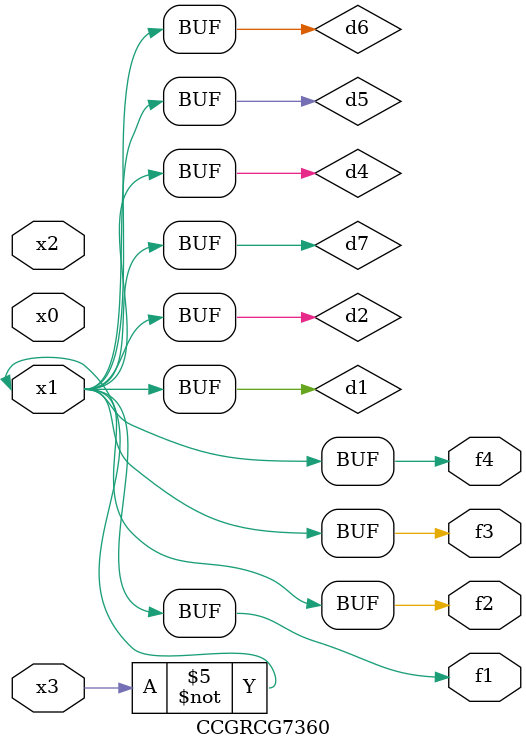
<source format=v>
module CCGRCG7360(
	input x0, x1, x2, x3,
	output f1, f2, f3, f4
);

	wire d1, d2, d3, d4, d5, d6, d7;

	not (d1, x3);
	buf (d2, x1);
	xnor (d3, d1, d2);
	nor (d4, d1);
	buf (d5, d1, d2);
	buf (d6, d4, d5);
	nand (d7, d4);
	assign f1 = d6;
	assign f2 = d7;
	assign f3 = d6;
	assign f4 = d6;
endmodule

</source>
